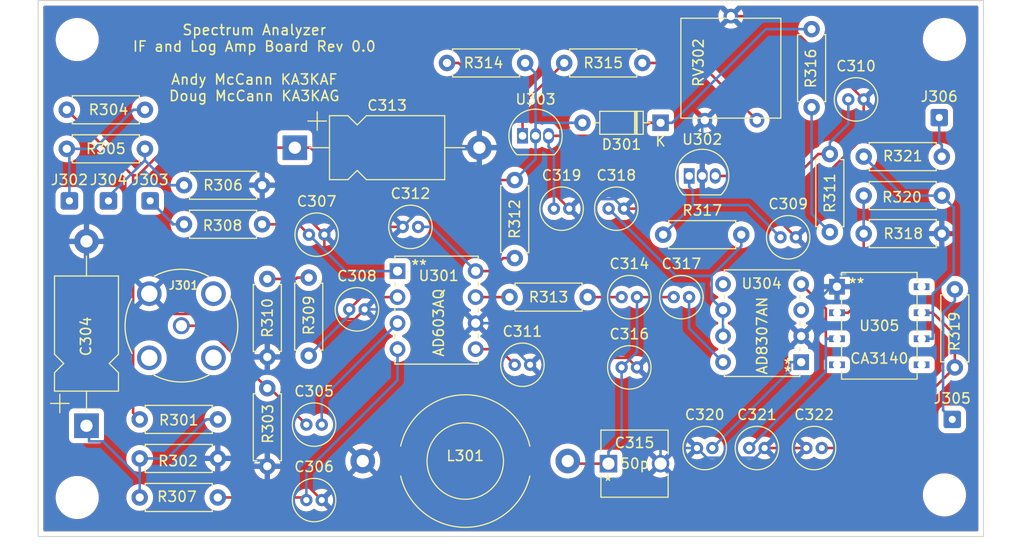
<source format=kicad_pcb>
(kicad_pcb (version 20211014) (generator pcbnew)
  (title_block (title "Spectrum Analyzer: IF and Log Amp") (date "2022-06-17") (rev "0.0") (company "Andy McCann KA3KAF and Doug McCann KA3KAG") (comment 2 "Wes Hayward W7ZOI") (comment 3 "Original Design By:"))
  (layers (0 "F.Cu" signal) (31 "B.Cu" signal) (34 "B.Paste" user) (35 "F.Paste" user) (36 "B.SilkS" user "B.Silkscreen") (37 "F.SilkS" user "F.Silkscreen") (38 "B.Mask" user) (39 "F.Mask" user) (44 "Edge.Cuts" user))
  (net 0 "")
  (net 1 "Net-(C304-Pad1)")
  (net 2 "GND")
  (net 3 "Net-(C305-Pad1)")
  (net 4 "Net-(C305-Pad2)")
  (net 5 "Net-(C306-Pad1)")
  (net 6 "Net-(C307-Pad1)")
  (net 7 "Net-(C308-Pad1)")
  (net 8 "+5")
  (net 9 "Net-(C310-Pad1)")
  (net 10 "Net-(C311-Pad1)")
  (net 11 "Net-(C312-Pad2)")
  (net 12 "+10")
  (net 13 "Net-(C314-Pad1)")
  (net 14 "Net-(C314-Pad2)")
  (net 15 "Net-(C317-Pad2)")
  (net 16 "Net-(C318-Pad1)")
  (net 17 "Net-(C319-Pad1)")
  (net 18 "Net-(C320-Pad2)")
  (net 19 "Net-(C321-Pad1)")
  (net 20 "Net-(C322-Pad2)")
  (net 21 "Net-(C301-Pad3)")
  (net 22 "Net-(C303-Pad3)")
  (net 23 "V+10")
  (net 24 "+15")
  (net 25 "Net-(R313-Pad1)")
  (net 26 "Net-(R314-Pad2)")
  (net 27 "Net-(R315-Pad2)")
  (net 28 "Net-(R318-Pad1)")
  (net 29 "Net-(C324-Pad1)")
  (net 30 "Net-(R320-Pad1)")
  (net 36 "Net-(C302-Pad3)")
  (net 37 "Net-(C323-Pad1)")
  (footprint "Resistor_THT:R_Axial_DIN0207_L6.3mm_D2.5mm_P7.62mm_Horizontal" (layer "F.Cu") (at 141.8336 96.6724 -90)
    (fp_text reference "R312" (at 3.81 0 90) (layer "F.SilkS"))
    (fp_text value "10")
    (pad "1" thru_hole circle (at 0 0 270) (size 1.6 1.6) (drill 0.8) (layers *.Cu *.Mask) (net 12 "+10"))
    (pad "2" thru_hole oval (at 7.62 0 270) (size 1.6 1.6) (drill 0.8) (layers *.Cu *.Mask) (net 11 "Net-(C312-Pad2)"))
  )
  (footprint "Resistor_THT:R_Axial_DIN0207_L6.3mm_D2.5mm_P7.62mm_Horizontal" (layer "F.Cu") (at 156.3116 102.0064)
    (fp_text reference "R317" (at 3.81 -2.37) (layer "F.SilkS"))
    (fp_text value "10")
    (pad "1" thru_hole circle (at 0 0) (size 1.6 1.6) (drill 0.8) (layers *.Cu *.Mask) (net 8 "+5"))
    (pad "2" thru_hole oval (at 7.62 0) (size 1.6 1.6) (drill 0.8) (layers *.Cu *.Mask) (net 16 "Net-(C318-Pad1)"))
  )
  (footprint "Inductor_THT:L_Toroid_Horizontal_D12.7mm_P20.00mm_Diameter14-5mm_Amidon-T50" (layer "F.Cu") (at 127.0076 124.1044)
    (fp_text reference "L301" (at 10 -0.508) (layer "F.SilkS"))
    (fp_text value "1.05u")
    (pad "1" thru_hole circle (at 0 0) (size 2.4 2.4) (drill 1.2) (layers *.Cu *.Mask) (net 2 "GND"))
    (pad "2" thru_hole circle (at 20 0) (size 2.4 2.4) (drill 1.2) (layers *.Cu *.Mask) (net 14 "Net-(C314-Pad2)"))
  )
  (footprint "Resistor_THT:R_Axial_DIN0207_L6.3mm_D2.5mm_P7.62mm_Horizontal" (layer "F.Cu") (at 172.5676 101.7524 90)
    (fp_text reference "R311" (at 3.81 0 90) (layer "F.SilkS"))
    (fp_text value "10")
    (pad "1" thru_hole circle (at 0 0 90) (size 1.6 1.6) (drill 0.8) (layers *.Cu *.Mask) (net 24 "+15"))
    (pad "2" thru_hole oval (at 7.62 0 90) (size 1.6 1.6) (drill 0.8) (layers *.Cu *.Mask) (net 9 "Net-(C310-Pad1)"))
  )
  (footprint "Capacitor_THT:C_Radial_D4.0mm_H5.0mm_P1.50mm" (layer "F.Cu") (at 121.5136 120.5484)
    (fp_text reference "C305" (at 0.75 -3.25) (layer "F.SilkS"))
    (fp_text value ".1u")
    (pad "1" thru_hole circle (at 0 0) (size 1.2 1.2) (drill 0.6) (layers *.Cu *.Mask) (net 3 "Net-(C305-Pad1)"))
    (pad "2" thru_hole circle (at 1.5 0) (size 1.2 1.2) (drill 0.6) (layers *.Cu *.Mask) (net 4 "Net-(C305-Pad2)"))
  )
  (footprint "if-log-amp:AD603AQ" (layer "F.Cu") (at 130.4036 105.5624)
    (fp_text reference "U301" (at 4.0132 0.4572) (layer "F.SilkS"))
    (fp_text value "AD603AQ" (at 4.0132 5.0292 90) (layer "F.SilkS"))
    (fp_text user "*" (at 2.4892 -0.5588) (layer "F.SilkS"))
    (fp_text user "*" (at 1.7272 -0.5588) (layer "F.SilkS"))
    (pad "1" thru_hole rect (at 0 0) (size 1.524 1.524) (drill 0.889) (layers *.Cu *.Mask) (net 6 "Net-(C307-Pad1)"))
    (pad "2" thru_hole circle (at 0 2.54) (size 1.524 1.524) (drill 0.889) (layers *.Cu *.Mask) (net 7 "Net-(C308-Pad1)"))
    (pad "3" thru_hole circle (at 0 5.08) (size 1.524 1.524) (drill 0.889) (layers *.Cu *.Mask) (net 4 "Net-(C305-Pad2)"))
    (pad "4" thru_hole circle (at 0 7.62) (size 1.524 1.524) (drill 0.889) (layers *.Cu *.Mask) (net 5 "Net-(C306-Pad1)"))
    (pad "5" thru_hole circle (at 7.62 7.62) (size 1.524 1.524) (drill 0.889) (layers *.Cu *.Mask) (net 10 "Net-(C311-Pad1)"))
    (pad "6" thru_hole circle (at 7.62 5.08) (size 1.524 1.524) (drill 0.889) (layers *.Cu *.Mask) (net 2 "GND"))
    (pad "7" thru_hole circle (at 7.62 2.54) (size 1.524 1.524) (drill 0.889) (layers *.Cu *.Mask) (net 25 "Net-(R313-Pad1)"))
    (pad "8" thru_hole circle (at 7.62 0) (size 1.524 1.524) (drill 0.889) (layers *.Cu *.Mask) (net 11 "Net-(C312-Pad2)"))
  )
  (footprint "Capacitor_THT:C_Radial_D4.0mm_H5.0mm_P1.50mm" (layer "F.Cu") (at 152.2596 108.1024)
    (fp_text reference "C314" (at 0.75 -3.25) (layer "F.SilkS"))
    (fp_text value "5.6p")
    (pad "1" thru_hole circle (at 0 0) (size 1.2 1.2) (drill 0.6) (layers *.Cu *.Mask) (net 13 "Net-(C314-Pad1)"))
    (pad "2" thru_hole circle (at 1.5 0) (size 1.2 1.2) (drill 0.6) (layers *.Cu *.Mask) (net 14 "Net-(C314-Pad2)"))
  )
  (footprint "if-log-amp:TE_5-1634503-1" (layer "F.Cu") (at 109.3216 110.8964)
    (fp_text reference "J301" (at 0.2166 -3.937) (layer "F.SilkS") (effects (font (size 0.800945 0.800945))))
    (fp_text value "Conn_Coaxial")
    (pad "1" thru_hole circle (at 0 0) (size 1.65 1.65) (drill 1.1) (layers *.Cu *.Mask) (net 3 "Net-(C305-Pad1)"))
    (pad "2" thru_hole circle (at -3.13 -3.13) (size 2.4 2.4) (drill 1.6) (layers *.Cu *.Mask) (net 2 "GND"))
    (pad "3" thru_hole circle (at 3.13 -3.13) (size 2.4 2.4) (drill 1.6) (layers *.Cu *.Mask))
    (pad "4" thru_hole circle (at 3.13 3.13) (size 2.4 2.4) (drill 1.6) (layers *.Cu *.Mask))
    (pad "5" thru_hole circle (at -3.13 3.13) (size 2.4 2.4) (drill 1.6) (layers *.Cu *.Mask))
  )
  (footprint "Resistor_THT:R_Axial_DIN0207_L6.3mm_D2.5mm_P7.62mm_Horizontal" (layer "F.Cu") (at 121.7422 113.8174 90)
    (fp_text reference "R309" (at 3.937 0.0134 90) (layer "F.SilkS"))
    (fp_text value "4.3k")
    (pad "1" thru_hole circle (at 0 0 90) (size 1.6 1.6) (drill 0.8) (layers *.Cu *.Mask) (net 7 "Net-(C308-Pad1)"))
    (pad "2" thru_hole oval (at 7.62 0 90) (size 1.6 1.6) (drill 0.8) (layers *.Cu *.Mask) (net 23 "V+10"))
  )
  (footprint "Resistor_THT:R_Axial_DIN0207_L6.3mm_D2.5mm_P7.62mm_Horizontal" (layer "F.Cu") (at 117.7036 116.9924 -90)
    (fp_text reference "R303" (at 3.4798 -0.0642 90) (layer "F.SilkS"))
    (fp_text value "100")
    (pad "1" thru_hole circle (at 0 0 270) (size 1.6 1.6) (drill 0.8) (layers *.Cu *.Mask) (net 3 "Net-(C305-Pad1)"))
    (pad "2" thru_hole oval (at 7.62 0 270) (size 1.6 1.6) (drill 0.8) (layers *.Cu *.Mask) (net 2 "GND"))
  )
  (footprint "Resistor_THT:R_Axial_DIN0207_L6.3mm_D2.5mm_P7.62mm_Horizontal" (layer "F.Cu") (at 117.1956 100.9904 180)
    (fp_text reference "R308" (at 3.8608 -0.127) (layer "F.SilkS"))
    (fp_text value "2.2k")
    (pad "1" thru_hole circle (at 0 0 180) (size 1.6 1.6) (drill 0.8) (layers *.Cu *.Mask) (net 6 "Net-(C307-Pad1)"))
    (pad "2" thru_hole oval (at 7.62 0 180) (size 1.6 1.6) (drill 0.8) (layers *.Cu *.Mask) (net 36 "Net-(C302-Pad3)"))
  )
  (footprint "MountingHole:MountingHole_3.2mm_M3" (layer "F.Cu") (at 99.1616 127.6604)
    (fp_text reference "H301" hide)
    (fp_text value "MountingHole")
    (pad "" np_thru_hole circle (at 0 0) (size 3.2 3.2) (drill 3.2) (layers *.Cu *.Mask))
  )
  (footprint "Capacitor_THT:C_Radial_D4.0mm_H5.0mm_P1.50mm" (layer "F.Cu") (at 121.7676 102.0064)
    (fp_text reference "C307" (at 0.75 -3.25) (layer "F.SilkS"))
    (fp_text value ".1u")
    (pad "1" thru_hole circle (at 0 0) (size 1.2 1.2) (drill 0.6) (layers *.Cu *.Mask) (net 6 "Net-(C307-Pad1)"))
    (pad "2" thru_hole circle (at 1.5 0) (size 1.2 1.2) (drill 0.6) (layers *.Cu *.Mask) (net 2 "GND"))
  )
  (footprint "Connector_Wire:SolderWire-0.15sqmm_1x01_D0.5mm_OD1.5mm" (layer "F.Cu") (at 183.2356 90.5764)
    (fp_text reference "J306" (at 0 -2.05) (layer "F.SilkS"))
    (fp_text value "Conn_01x01_Male")
    (pad "1" thru_hole roundrect (at 0 0) (size 1.7 1.7) (drill 0.7) (layers *.Cu *.Mask) (roundrect_rratio 0.147059) (net 37 "Net-(C323-Pad1)"))
  )
  (footprint "Capacitor_THT:C_Radial_D4.0mm_H5.0mm_P1.50mm" (layer "F.Cu") (at 170.2816 122.8344)
    (fp_text reference "C322" (at 0.75 -3.25) (layer "F.SilkS"))
    (fp_text value ".1u")
    (pad "1" thru_hole circle (at 0 0) (size 1.2 1.2) (drill 0.6) (layers *.Cu *.Mask) (net 2 "GND"))
    (pad "2" thru_hole circle (at 1.5 0) (size 1.2 1.2) (drill 0.6) (layers *.Cu *.Mask) (net 20 "Net-(C322-Pad2)"))
  )
  (footprint "Capacitor_THT:C_Radial_D4.0mm_H5.0mm_P1.50mm" (layer "F.Cu") (at 150.9896 99.4664)
    (fp_text reference "C318" (at 0.75 -3.25) (layer "F.SilkS"))
    (fp_text value ".1u")
    (pad "1" thru_hole circle (at 0 0) (size 1.2 1.2) (drill 0.6) (layers *.Cu *.Mask) (net 16 "Net-(C318-Pad1)"))
    (pad "2" thru_hole circle (at 1.5 0) (size 1.2 1.2) (drill 0.6) (layers *.Cu *.Mask) (net 2 "GND"))
  )
  (footprint "Resistor_THT:R_Axial_DIN0207_L6.3mm_D2.5mm_P7.62mm_Horizontal" (layer "F.Cu") (at 141.3256 108.1024)
    (fp_text reference "R313" (at 3.81 0) (layer "F.SilkS"))
    (fp_text value "1k")
    (pad "1" thru_hole circle (at 0 0) (size 1.6 1.6) (drill 0.8) (layers *.Cu *.Mask) (net 25 "Net-(R313-Pad1)"))
    (pad "2" thru_hole oval (at 7.62 0) (size 1.6 1.6) (drill 0.8) (layers *.Cu *.Mask) (net 13 "Net-(C314-Pad1)"))
  )
  (footprint "Diode_THT:D_DO-35_SOD27_P7.62mm_Horizontal" (layer "F.Cu") (at 156.0576 91.0844 180)
    (fp_text reference "D301" (at 3.81 -2.12) (layer "F.SilkS"))
    (fp_text value "1N4152")
    (fp_text user "K" (at 0 -1.8) (layer "F.SilkS"))
    (pad "1" thru_hole rect (at 0 0 180) (size 1.6 1.6) (drill 0.8) (layers *.Cu *.Mask) (net 17 "Net-(C319-Pad1)"))
    (pad "2" thru_hole oval (at 7.62 0 180) (size 1.6 1.6) (drill 0.8) (layers *.Cu *.Mask) (net 12 "+10"))
  )
  (footprint "if-log-amp:GKG60015" (layer "F.Cu") (at 150.9776 124.3584)
    (fp_text reference "C315" (at 2.54 -2.032) (layer "F.SilkS"))
    (fp_text value "50p" (at 2.54 0) (layer "F.SilkS"))
    (fp_text user "*" (at -0.0508 1.7272) (layer "F.SilkS"))
    (pad "1" thru_hole rect locked (at 0 0) (size 1.7018 1.7018) (drill 1.1938) (layers *.Cu *.Mask) (net 14 "Net-(C314-Pad2)"))
    (pad "2" thru_hole circle locked (at 5.08 0) (size 1.7018 1.7018) (drill 1.1938) (layers *.Cu *.Mask) (net 2 "GND"))
  )
  (footprint "Connector_Wire:SolderWire-0.15sqmm_1x01_D0.5mm_OD1.5mm" (layer "F.Cu") (at 106.2736 98.7044)
    (fp_text reference "J303" (at 0 -2.05) (layer "F.SilkS"))
    (fp_text value "Conn_01x01_Male")
    (pad "1" thru_hole roundrect (at 0 0) (size 1.7 1.7) (drill 0.7) (layers *.Cu *.Mask) (roundrect_rratio 0.147059) (net 36 "Net-(C302-Pad3)"))
  )
  (footprint "Connector_Wire:SolderWire-0.15sqmm_1x01_D0.5mm_OD1.5mm" (layer "F.Cu") (at 98.3996 98.7044)
    (fp_text reference "J302" (at 0 -2.05) (layer "F.SilkS"))
    (fp_text value "Conn_01x01_Male")
    (pad "1" thru_hole roundrect (at 0 0) (size 1.7 1.7) (drill 0.7) (layers *.Cu *.Mask) (roundrect_rratio 0.147059) (net 21 "Net-(C301-Pad3)"))
  )
  (footprint "Capacitor_THT:C_Radial_D4.0mm_H5.0mm_P1.50mm" (layer "F.Cu") (at 152.2596 114.9604)
    (fp_text reference "C316" (at 0.75 -3.25) (layer "F.SilkS"))
    (fp_text value "220p")
    (pad "1" thru_hole circle (at 0 0) (size 1.2 1.2) (drill 0.6) (layers *.Cu *.Mask) (net 14 "Net-(C314-Pad2)"))
    (pad "2" thru_hole circle (at 1.5 0) (size 1.2 1.2) (drill 0.6) (layers *.Cu *.Mask) (net 2 "GND"))
  )
  (footprint "Capacitor_THT:CP_Axial_L11.0mm_D6.0mm_P18.00mm_Horizontal" (layer "F.Cu") (at 100.0661 120.6584 90)
    (fp_text reference "C304" (at 8.7206 -0.0508 90) (layer "F.SilkS"))
    (fp_text value "100u")
    (pad "1" thru_hole rect (at 0 0 90) (size 2.4 2.4) (drill 1.2) (layers *.Cu *.Mask) (net 1 "Net-(C304-Pad1)"))
    (pad "2" thru_hole oval (at 18 0 90) (size 2.4 2.4) (drill 1.2) (layers *.Cu *.Mask) (net 2 "GND"))
  )
  (footprint "if-log-amp:CA3140EZ" (layer "F.Cu") (at 173.2661 107.0864)
    (fp_text reference "U305" (at 4.1275 3.81) (layer "F.SilkS"))
    (fp_text value "CA3140" (at 4.1275 7) (layer "F.SilkS"))
    (fp_text user "*" (at 2.2987 -0.3048) (layer "F.SilkS"))
    (fp_text user "*" (at 1.5367 -0.3048) (layer "F.SilkS"))
    (pad "1" thru_hole rect (at 0 0) (size 1.524 1.524) (drill 0.8128) (layers *.Cu *.Mask) (net 2 "GND"))
    (pad "2" thru_hole rect (at 0 2.54) (size 1.524 0.635) (drill 0.8128) (layers *.Cu *.Mask) (net 28 "Net-(R318-Pad1)"))
    (pad "3" thru_hole rect (at 0 5.08) (size 1.524 0.635) (drill 0.8128) (layers *.Cu *.Mask) (net 19 "Net-(C321-Pad1)"))
    (pad "4" thru_hole rect (at 0 7.62) (size 1.524 0.635) (drill 0.8128) (layers *.Cu *.Mask))
    (pad "5" thru_hole rect (at 8.255 7.62) (size 1.524 0.635) (drill 0.8128) (layers *.Cu *.Mask))
    (pad "6" thru_hole rect (at 8.255 5.08) (size 1.524 0.635) (drill 0.8128) (layers *.Cu *.Mask) (net 30 "Net-(R320-Pad1)"))
    (pad "7" thru_hole rect (at 8.255 2.54) (size 1.524 0.635) (drill 0.8128) (layers *.Cu *.Mask) (net 20 "Net-(C322-Pad2)"))
    (pad "8" thru_hole rect (at 8.255 0) (size 1.524 0.635) (drill 0.8128) (layers *.Cu *.Mask))
  )
  (footprint "MountingHole:MountingHole_3.2mm_M3" (layer "F.Cu") (at 99.1616 82.9564)
    (fp_text reference "H302" hide)
    (fp_text value "MountingHole")
    (pad "" np_thru_hole circle (at 0 0) (size 3.2 3.2) (drill 3.2) (layers *.Cu *.Mask))
  )
  (footprint "Resistor_THT:R_Axial_DIN0207_L6.3mm_D2.5mm_P7.62mm_Horizontal" (layer "F.Cu") (at 183.4896 98.1964 180)
    (fp_text reference "R320" (at 3.8862 -0.1524) (layer "F.SilkS"))
    (fp_text value "2.2k")
    (pad "1" thru_hole circle (at 0 0 180) (size 1.6 1.6) (drill 0.8) (layers *.Cu *.Mask) (net 30 "Net-(R320-Pad1)"))
    (pad "2" thru_hole oval (at 7.62 0 180) (size 1.6 1.6) (drill 0.8) (layers *.Cu *.Mask) (net 28 "Net-(R318-Pad1)"))
  )
  (footprint "Resistor_THT:R_Axial_DIN0207_L6.3mm_D2.5mm_P7.62mm_Horizontal" (layer "F.Cu") (at 105.2576 127.6604)
    (fp_text reference "R307" (at 3.6322 -0.0762) (layer "F.SilkS"))
    (fp_text value "51")
    (pad "1" thru_hole circle (at 0 0) (size 1.6 1.6) (drill 0.8) (layers *.Cu *.Mask) (net 1 "Net-(C304-Pad1)"))
    (pad "2" thru_hole oval (at 7.62 0) (size 1.6 1.6) (drill 0.8) (layers *.Cu *.Mask) (net 5 "Net-(C306-Pad1)"))
  )
  (footprint "if-log-amp:AD8307AN" (layer "F.Cu") (at 169.7736 114.4524 180)
    (fp_text reference "U304" (at 3.8608 7.6708) (layer "F.SilkS"))
    (fp_text value "AD8307AN" (at 3.81 2.5908 90) (layer "F.SilkS"))
    (fp_text user "*" (at 1.3208 -0.9652) (layer "F.SilkS"))
    (fp_text user "*" (at 1.3208 -0.2032) (layer "F.SilkS"))
    (pad "1" thru_hole rect (at 0 0 180) (size 1.524 1.524) (drill 0.8128) (layers *.Cu *.Mask) (net 18 "Net-(C320-Pad2)"))
    (pad "2" thru_hole circle (at 0 2.54 180) (size 1.524 1.524) (drill 0.8128) (layers *.Cu *.Mask) (net 2 "GND"))
    (pad "3" thru_hole circle (at 0 5.08 180) (size 1.524 1.524) (drill 0.8128) (layers *.Cu *.Mask))
    (pad "4" thru_hole circle (at 0 7.62 180) (size 1.524 1.524) (drill 0.8128) (layers *.Cu *.Mask) (net 19 "Net-(C321-Pad1)"))
    (pad "5" thru_hole circle (at 7.62 7.62 180) (size 1.524 1.524) (drill 0.8128) (layers *.Cu *.Mask))
    (pad "6" thru_hole circle (at 7.62 5.08 180) (size 1.524 1.524) (drill 0.8128) (layers *.Cu *.Mask) (net 16 "Net-(C318-Pad1)"))
    (pad "7" thru_hole circle (at 7.62 2.54 180) (size 1.524 1.524) (drill 0.8128) (layers *.Cu *.Mask) (net 16 "Net-(C318-Pad1)"))
    (pad "8" thru_hole circle (at 7.62 0 180) (size 1.524 1.524) (drill 0.8128) (layers *.Cu *.Mask) (net 15 "Net-(C317-Pad2)"))
  )
  (footprint "Capacitor_THT:C_Radial_D4.0mm_H5.0mm_P1.50mm" (layer "F.Cu") (at 164.7056 122.8344)
    (fp_text reference "C321" (at 0.75 -3.25) (layer "F.SilkS"))
    (fp_text value ".001u")
    (pad "1" thru_hole circle (at 0 0) (size 1.2 1.2) (drill 0.6) (layers *.Cu *.Mask) (net 19 "Net-(C321-Pad1)"))
    (pad "2" thru_hole circle (at 1.5 0) (size 1.2 1.2) (drill 0.6) (layers *.Cu *.Mask) (net 2 "GND"))
  )
  (footprint "Resistor_THT:R_Axial_DIN0207_L6.3mm_D2.5mm_P7.62mm_Horizontal" (layer "F.Cu") (at 98.1456 93.6244)
    (fp_text reference "R305" (at 3.81 0) (layer "F.SilkS"))
    (fp_text value "510")
    (pad "1" thru_hole circle (at 0 0) (size 1.6 1.6) (drill 0.8) (layers *.Cu *.Mask) (net 21 "Net-(C301-Pad3)"))
    (pad "2" thru_hole oval (at 7.62 0) (size 1.6 1.6) (drill 0.8) (layers *.Cu *.Mask) (net 22 "Net-(C303-Pad3)"))
  )
  (footprint "Capacitor_THT:C_Radial_D4.0mm_H5.0mm_P1.50mm" (layer "F.Cu") (at 167.7536 102.2604)
    (fp_text reference "C309" (at 0.75 -3.25) (layer "F.SilkS"))
    (fp_text value ".1u")
    (pad "1" thru_hole circle (at 0 0) (size 1.2 1.2) (drill 0.6) (layers *.Cu *.Mask) (net 8 "+5"))
    (pad "2" thru_hole circle (at 1.5 0) (size 1.2 1.2) (drill 0.6) (layers *.Cu *.Mask) (net 2 "GND"))
  )
  (footprint "Connector_Wire:SolderWire-0.15sqmm_1x01_D0.5mm_OD1.5mm" (layer "F.Cu") (at 184.5056 120.0404)
    (fp_text reference "J305" (at 0 -2.05) (layer "F.SilkS"))
    (fp_text value "Conn_01x01_Male")
    (pad "1" thru_hole roundrect (at 0 0) (size 1.7 1.7) (drill 0.7) (layers *.Cu *.Mask) (roundrect_rratio 0.147059) (net 29 "Net-(C324-Pad1)"))
  )
  (footprint "if-log-amp:Potentiometer_Bourns_3386G_Vertical" (layer "F.Cu") (at 165.4556 90.5154 90)
    (fp_text reference "RV302" (at 5.31 -5.7 90 unlocked) (layer "F.SilkS"))
    (fp_text value "100")
    (pad "1" thru_hole circle (at -0.315 0 90) (size 1.44 1.44) (drill 0.8) (layers *.Cu *.Mask) (net 27 "Net-(R315-Pad2)"))
    (pad "2" thru_hole circle (at 9.845 -2.54 90) (size 1.44 1.44) (drill 0.8) (layers *.Cu *.Mask) (net 2 "GND"))
    (pad "3" thru_hole circle (at -0.315 -5.08 90) (size 1.44 1.44) (drill 0.8) (layers *.Cu *.Mask) (net 2 "GND"))
  )
  (footprint "Capacitor_THT:C_Radial_D4.0mm_H5.0mm_P1.50mm" (layer "F.Cu") (at 159.6136 122.8344)
    (fp_text reference "C320" (at 0.75 -3.25) (layer "F.SilkS"))
    (fp_text value ".1u")
    (pad "1" thru_hole circle (at 0 0) (size 1.2 1.2) (drill 0.6) (layers *.Cu *.Mask) (net 2 "GND"))
    (pad "2" thru_hole circle (at 1.5 0) (size 1.2 1.2) (drill 0.6) (layers *.Cu *.Mask) (net 18 "Net-(C320-Pad2)"))
  )
  (footprint "Resistor_THT:R_Axial_DIN0207_L6.3mm_D2.5mm_P7.62mm_Horizontal" (layer "F.Cu") (at 175.8696 94.3864)
    (fp_text reference "R321" (at 3.81 -0.0508) (layer "F.SilkS"))
    (fp_text value "1k")
    (pad "1" thru_hole circle (at 0 0) (size 1.6 1.6) (drill 0.8) (layers *.Cu *.Mask) (net 30 "Net-(R320-Pad1)"))
    (pad "2" thru_hole oval (at 7.62 0) (size 1.6 1.6) (drill 0.8) (layers *.Cu *.Mask) (net 37 "Net-(C323-Pad1)"))
  )
  (footprint "Resistor_THT:R_Axial_DIN0207_L6.3mm_D2.5mm_P7.62mm_Horizontal" (layer "F.Cu") (at 146.6596 85.2424)
    (fp_text reference "R315" (at 3.81 0) (layer "F.SilkS"))
    (fp_text value "1.5k")
    (pad "1" thru_hole circle (at 0 0) (size 1.6 1.6) (drill 0.8) (layers *.Cu *.Mask) (net 26 "Net-(R314-Pad2)"))
    (pad "2" thru_hole oval (at 7.62 0) (size 1.6 1.6) (drill 0.8) (layers *.Cu *.Mask) (net 27 "Net-(R315-Pad2)"))
  )
  (footprint "Capacitor_THT:C_Radial_D4.0mm_H5.0mm_P1.50mm" (layer "F.Cu") (at 141.8336 114.7064)
    (fp_text reference "C311" (at 0.75 -3.25) (layer "F.SilkS"))
    (fp_text value "18u")
    (pad "1" thru_hole circle (at 0 0) (size 1.2 1.2) (drill 0.6) (layers *.Cu *.Mask) (net 10 "Net-(C311-Pad1)"))
    (pad "2" thru_hole circle (at 1.5 0) (size 1.2 1.2) (drill 0.6) (layers *.Cu *.Mask) (net 2 "GND"))
  )
  (footprint "Resistor_THT:R_Axial_DIN0207_L6.3mm_D2.5mm_P7.62mm_Horizontal" (layer "F.Cu") (at 105.2576 123.8504)
    (fp_text reference "R302" (at 3.7338 0.254) (layer "F.SilkS"))
    (fp_text value "2.2k")
    (pad "1" thru_hole circle (at 0 0) (size 1.6 1.6) (drill 0.8) (layers *.Cu *.Mask) (net 1 "Net-(C304-Pad1)"))
    (pad "2" thru_hole oval (at 7.62 0) (size 1.6 1.6) (drill 0.8) (layers *.Cu *.Mask) (net 2 "GND"))
  )
  (footprint "Capacitor_THT:CP_Axial_L11.0mm_D6.0mm_P18.00mm_Horizontal" (layer "F.Cu") (at 120.3876 93.5129)
    (fp_text reference "C313" (at 9 -4.12) (layer "F.SilkS"))
    (fp_text value "22u")
    (pad "1" thru_hole rect (at 0 0) (size 2.4 2.4) (drill 1.2) (layers *.Cu *.Mask) (net 12 "+10"))
    (pad "2" thru_hole oval (at 18 0) (size 2.4 2.4) (drill 1.2) (layers *.Cu *.Mask) (net 2 "GND"))
  )
  (footprint "Capacitor_THT:C_Radial_D4.0mm_H5.0mm_P1.50mm" (layer "F.Cu") (at 125.6912 109.2962)
    (fp_text reference "C308" (at 0.75 -3.25) (layer "F.SilkS"))
    (fp_text value ".1u")
    (pad "1" thru_hole circle (at 0 0) (size 1.2 1.2) (drill 0.6) (layers *.Cu *.Mask) (net 7 "Net-(C308-Pad1)"))
    (pad "2" thru_hole circle (at 1.5 0) (size 1.2 1.2) (drill 0.6) (layers *.Cu *.Mask) (net 2 "GND"))
  )
  (footprint "Capacitor_THT:C_Radial_D4.0mm_H5.0mm_P1.50mm" (layer "F.Cu") (at 174.3696 88.7984)
    (fp_text reference "C310" (at 0.75 -3.25) (layer "F.SilkS"))
    (fp_text value ".22u")
    (pad "1" thru_hole circle (at 0 0) (size 1.2 1.2) (drill 0.6) (layers *.Cu *.Mask) (net 9 "Net-(C310-Pad1)"))
    (pad "2" thru_hole circle (at 1.5 0) (size 1.2 1.2) (drill 0.6) (layers *.Cu *.Mask) (net 2 "GND"))
  )
  (footprint "Resistor_THT:R_Axial_DIN0207_L6.3mm_D2.5mm_P7.62mm_Horizontal" (layer "F.Cu") (at 184.7596 114.9604 90)
    (fp_text reference "R319" (at 3.5052 -0.0508 90) (layer "F.SilkS"))
    (fp_text value "51")
    (pad "1" thru_hole circle (at 0 0 90) (size 1.6 1.6) (drill 0.8) (layers *.Cu *.Mask) (net 20 "Net-(C322-Pad2)"))
    (pad "2" thru_hole oval (at 7.62 0 90) (size 1.6 1.6) (drill 0.8) (layers *.Cu *.Mask) (net 29 "Net-(C324-Pad1)"))
  )
  (footprint "Resistor_THT:R_Axial_DIN0207_L6.3mm_D2.5mm_P7.62mm_Horizontal" (layer "F.Cu") (at 105.2576 120.0404)
    (fp_text reference "R301" (at 3.81 0.0762) (layer "F.SilkS"))
    (fp_text value "2.2k")
    (pad "1" thru_hole circle (at 0 0) (size 1.6 1.6) (drill 0.8) (layers *.Cu *.Mask) (net 12 "+10"))
    (pad "2" thru_hole oval (at 7.62 0) (size 1.6 1.6) (drill 0.8) (layers *.Cu *.Mask) (net 1 "Net-(C304-Pad1)"))
  )
  (footprint "MountingHole:MountingHole_3.2mm_M3" (layer "F.Cu") (at 183.7436 127.4064)
    (fp_text reference "H304" hide)
    (fp_text value "MountingHole")
    (pad "" np_thru_hole circle (at 0 0) (size 3.2 3.2) (drill 3.2) (layers *.Cu *.Mask))
  )
  (footprint "Capacitor_THT:C_Radial_D4.0mm_H5.0mm_P1.50mm" (layer "F.Cu") (at 130.9116 101.2444)
    (fp_text reference "C312" (at 0.75 -3.25) (layer "F.SilkS"))
    (fp_text value ".1u")
    (pad "1" thru_hole circle (at 0 0) (size 1.2 1.2) (drill 0.6) (layers *.Cu *.Mask) (net 2 "GND"))
    (pad "2" thru_hole circle (at 1.5 0) (size 1.2 1.2) (drill 0.6) (layers *.Cu *.Mask) (net 11 "Net-(C312-Pad2)"))
  )
  (footprint "Package_TO_SOT_THT:TO-92_Inline" (layer "F.Cu") (at 158.8516 96.2704)
    (fp_text reference "U302" (at 1.27 -3.56) (layer "F.SilkS"))
    (fp_text value "L78L05_TO92")
    (pad "1" thru_hole rect (at 0 0) (size 1.05 1.5) (drill 0.75) (layers *.Cu *.Mask) (net 8 "+5"))
    (pad "2" thru_hole oval (at 1.27 0) (size 1.05 1.5) (drill 0.75) (layers *.Cu *.Mask) (net 2 "GND"))
    (pad "3" thru_hole oval (at 2.54 0) (size 1.05 1.5) (drill 0.75) (layers *.Cu *.Mask) (net 9 "Net-(C310-Pad1)"))
  )
  (footprint "Resistor_THT:R_Axial_DIN0207_L6.3mm_D2.5mm_P7.62mm_Horizontal" (layer "F.Cu") (at 117.7036 106.3244 -90)
    (fp_text reference "R310" (at 3.81 -0.0134 90) (layer "F.SilkS"))
    (fp_text value "5.6k")
    (pad "1" thru_hole circle (at 0 0 270) (size 1.6 1.6) (drill 0.8) (layers *.Cu *.Mask) (net 23 "V+10"))
    (pad "2" thru_hole oval (at 7.62 0 270) (size 1.6 1.6) (drill 0.8) (layers *.Cu *.Mask) (net 2 "GND"))
  )
  (footprint "Capacitor_THT:C_Radial_D4.0mm_H5.0mm_P1.50mm" (layer "F.Cu") (at 121.5136 127.9144)
    (fp_text reference "C306" (at 0.75 -3.25) (layer "F.SilkS"))
    (fp_text value ".1u")
    (pad "1" thru_hole circle (at 0 0) (size 1.2 1.2) (drill 0.6) (layers *.Cu *.Mask) (net 5 "Net-(C306-Pad1)"))
    (pad "2" thru_hole circle (at 1.5 0) (size 1.2 1.2) (drill 0.6) (layers *.Cu *.Mask) (net 2 "GND"))
  )
  (footprint "Resistor_THT:R_Axial_DIN0207_L6.3mm_D2.5mm_P7.62mm_Horizontal" (layer "F.Cu") (at 170.7896 89.5604 90)
    (fp_text reference "R316" (at 3.7846 -0.0762 90) (layer "F.SilkS"))
    (fp_text value "10")
    (pad "1" thru_hole circle (at 0 0 90) (size 1.6 1.6) (drill 0.8) (layers *.Cu *.Mask) (net 24 "+15"))
    (pad "2" thru_hole oval (at 7.62 0 90) (size 1.6 1.6) (drill 0.8) (layers *.Cu *.Mask) (net 17 "Net-(C319-Pad1)"))
  )
  (footprint "Resistor_THT:R_Axial_DIN0207_L6.3mm_D2.5mm_P7.62mm_Horizontal" (layer "F.Cu") (at 98.1456 89.8144)
    (fp_text reference "R304" (at 4.064 0) (layer "F.SilkS"))
    (fp_text value "680")
    (pad "1" thru_hole circle (at 0 0) (size 1.6 1.6) (drill 0.8) (layers *.Cu *.Mask) (net 12 "+10"))
    (pad "2" thru_hole oval (at 7.62 0) (size 1.6 1.6) (drill 0.8) (layers *.Cu *.Mask) (net 21 "Net-(C301-Pad3)"))
  )
  (footprint "MountingHole:MountingHole_3.2mm_M3" (layer "F.Cu") (at 183.7436 82.9564)
    (fp_text reference "H303" hide)
    (fp_text value "MountingHole")
    (pad "" np_thru_hole circle (at 0 0) (size 3.2 3.2) (drill 3.2) (layers *.Cu *.Mask))
  )
  (footprint "Capacitor_THT:C_Radial_D4.0mm_H5.0mm_P1.50mm" (layer "F.Cu") (at 145.6556 99.4664)
    (fp_text reference "C319" (at 0.75 -3.25) (layer "F.SilkS"))
    (fp_text value ".1u")
    (pad "1" thru_hole circle (at 0 0) (size 1.2 1.2) (drill 0.6) (layers *.Cu *.Mask) (net 17 "Net-(C319-Pad1)"))
    (pad "2" thru_hole circle (at 1.5 0) (size 1.2 1.2) (drill 0.6) (layers *.Cu *.Mask) (net 2 "GND"))
  )
  (footprint "Connector_Wire:SolderWire-0.15sqmm_1x01_D0.5mm_OD1.5mm" (layer "F.Cu") (at 102.2096 98.7044)
    (fp_text reference "J304" (at 0 -2.05) (layer "F.SilkS"))
    (fp_text value "Conn_01x01_Male")
    (pad "1" thru_hole roundrect (at 0 0) (size 1.7 1.7) (drill 0.7) (layers *.Cu *.Mask) (roundrect_rratio 0.147059) (net 22 "Net-(C303-Pad3)"))
  )
  (footprint "Package_TO_SOT_THT:TO-92_Inline" (layer "F.Cu") (at 142.5956 92.3544)
    (fp_text reference "U303" (at 1.27 -3.56) (layer "F.SilkS"))
    (fp_text value "LM317L_TO92")
    (pad "1" thru_hole rect (at 0 0) (size 1.05 1.5) (drill 0.75) (layers *.Cu *.Mask) (net 26 "Net-(R314-Pad2)"))
    (pad "2" thru_hole oval (at 1.27 0) (size 1.05 1.5) (drill 0.75) (layers *.Cu *.Mask) (net 12 "+10"))
    (pad "3" thru_hole oval (at 2.54 0) (size 1.05 1.5) (drill 0.75) (layers *.Cu *.Mask) (net 17 "Net-(C319-Pad1)"))
  )
  (footprint "Capacitor_THT:C_Radial_D4.0mm_H5.0mm_P1.50mm" (layer "F.Cu") (at 157.3396 108.1024)
    (fp_text reference "C317" (at 0.75 -3.25) (layer "F.SilkS"))
    (fp_text value "5.6p")
    (pad "1" thru_hole circle (at 0 0) (size 1.2 1.2) (drill 0.6) (layers *.Cu *.Mask) (net 14 "Net-(C314-Pad2)"))
    (pad "2" thru_hole circle (at 1.5 0) (size 1.2 1.2) (drill 0.6) (layers *.Cu *.Mask) (net 15 "Net-(C317-Pad2)"))
  )
  (footprint "Resistor_THT:R_Axial_DIN0207_L6.3mm_D2.5mm_P7.62mm_Horizontal" (layer "F.Cu") (at 142.8496 85.2424 180)
    (fp_text reference "R314" (at 4.064 0) (layer "F.SilkS"))
    (fp_text value "220")
    (pad "1" thru_hole circle (at 0 0 180) (size 1.6 1.6) (drill 0.8) (layers *.Cu *.Mask) (net 12 "+10"))
    (pad "2" thru_hole oval (at 7.62 0 180) (size 1.6 1.6) (drill 0.8) (layers *.Cu *.Mask) (net 26 "Net-(R314-Pad2)"))
  )
  (footprint "Resistor_THT:R_Axial_DIN0207_L6.3mm_D2.5mm_P7.62mm_Horizontal" (layer "F.Cu") (at 109.5756 97.1804)
    (fp_text reference "R306" (at 3.81 0) (layer "F.SilkS"))
    (fp_text value "1k")
    (pad "1" thru_hole circle (at 0 0) (size 1.6 1.6) (drill 0.8) (layers *.Cu *.Mask) (net 22 "Net-(C303-Pad3)"))
    (pad "2" thru_hole oval (at 7.62 0) (size 1.6 1.6) (drill 0.8) (layers *.Cu *.Mask) (net 2 "GND"))
  )
  (footprint "Resistor_THT:R_Axial_DIN0207_L6.3mm_D2.5mm_P7.62mm_Horizontal" (layer "F.Cu") (at 175.8696 101.9048)
    (fp_text reference "R318" (at 3.8608 0) (layer "F.SilkS"))
    (fp_text value "680")
    (pad "1" thru_hole circle (at 0 0) (size 1.6 1.6) (drill 0.8) (layers *.Cu *.Mask) (net 28 "Net-(R318-Pad1)"))
    (pad "2" thru_hole oval (at 7.62 0) (size 1.6 1.6) (drill 0.8) (layers *.Cu *.Mask) (net 2 "GND"))
  )
  (gr_rect (start 187.5536 79.1464) (end 95.3516 131.4704) (layer "Edge.Cuts") (width 0.1) (fill none))
  (gr_text "Spectrum Analyzer\nIF and Log Amp Board Rev 0.0\n\nAndy McCann KA3KAF\nDoug McCann KA3KAG" (at 116.4336 85.2424) (layer "F.SilkS") (effects (font (size 1 1))))
  (segment (start 100.3201 120.6584) (end 100.3201 122.1837) (width 0.25) (layer "B.Cu") (net 1))
  (segment (start 112.8776 120.0404) (end 111.7523 120.0404) (width 0.25) (layer "B.Cu") (net 1))
  (segment (start 105.2576 125.7554) (end 101.6859 122.1837) (width 0.25) (layer "B.Cu") (net 1))
  (segment (start 101.6859 122.1837) (end 100.3201 122.1837) (width 0.25) (layer "B.Cu") (net 1))
  (segment (start 105.2576 123.8504) (end 105.2576 125.7554) (width 0.25) (layer "B.Cu") (net 1))
  (segment (start 107.9423 123.8504) (end 105.2576 123.8504) (width 0.25) (layer "B.Cu") (net 1))
  (segment (start 111.7523 120.0404) (end 107.9423 123.8504) (width 0.25) (layer "B.Cu") (net 1))
  (segment (start 105.2576 125.7554) (end 105.2576 127.6604) (width 0.25) (layer "B.Cu") (net 1))
  (segment (start 158.0009 99.4664) (end 160.1216 97.3457) (width 0.25) (layer "F.Cu") (net 2))
  (segment (start 160.1216 96.2704) (end 160.1216 97.3457) (width 0.25) (layer "F.Cu") (net 2))
  (segment (start 167.8742 100.4612) (end 163.2371 100.4612) (width 0.25) (layer "F.Cu") (net 2))
  (segment (start 117.7036 113.9444) (end 116.5783 113.9444) (width 0.25) (layer "F.Cu") (net 2))
  (segment (start 127.1912 109.2962) (end 126.2427 110.2447) (width 0.25) (layer "F.Cu") (net 2))
  (segment (start 118.8289 113.9444) (end 122.5286 110.2447) (width 0.25) (layer "F.Cu") (net 2))
  (segment (start 175.8696 88.7984) (end 167.7416 80.6704) (width 0.25) (layer "F.Cu") (net 2))
  (segment (start 152.8309 114.0317) (end 153.7596 114.9604) (width 0.25) (layer "F.Cu") (net 2))
  (segment (start 116.5783 113.9444) (end 112.3799 109.746) (width 0.25) (layer "F.Cu") (net 2))
  (segment (start 144.0083 114.0317) (end 152.8309 114.0317) (width 0.25) (layer "F.Cu") (net 2))
  (segment (start 126.2427 110.2447) (end 123.2676 110.2447) (width 0.25) (layer "F.Cu") (net 2))
  (segment (start 117.7036 113.9444) (end 118.8289 113.9444) (width 0.25) (layer "F.Cu") (net 2))
  (segment (start 108.1712 109.746) (end 106.1916 107.7664) (width 0.25) (layer "F.Cu") (net 2))
  (segment (start 143.3336 114.7064) (end 144.0083 114.0317) (width 0.25) (layer "F.Cu") (net 2))
  (segment (start 123.2676 102.0064) (end 118.4416 97.1804) (width 0.25) (layer "F.Cu") (net 2))
  (segment (start 167.7416 80.6704) (end 162.9156 80.6704) (width 0.25) (layer "F.Cu") (net 2))
  (segment (start 167.8742 100.4612) (end 175.8696 92.4658) (width 0.25) (layer "F.Cu") (net 2))
  (segment (start 167.8742 100.881) (end 167.8742 100.4612) (width 0.25) (layer "F.Cu") (net 2))
  (segment (start 124.0296 101.2444) (end 123.2676 102.0064) (width 0.25) (layer "F.Cu") (net 2))
  (segment (start 119.7116 124.6124) (end 123.0136 127.9144) (width 0.25) (layer "F.Cu") (net 2))
  (segment (start 141.2021 93.5129) (end 138.3876 93.5129) (width 0.25) (layer "F.Cu") (net 2))
  (segment (start 169.2536 102.2604) (end 167.8742 100.881) (width 0.25) (layer "F.Cu") (net 2))
  (segment (start 163.2371 100.4612) (end 160.1216 97.3457) (width 0.25) (layer "F.Cu") (net 2))
  (segment (start 175.8696 92.4658) (end 175.8696 88.7984) (width 0.25) (layer "F.Cu") (net 2))
  (segment (start 118.4416 97.1804) (end 117.1956 97.1804) (width 0.25) (layer "F.Cu") (net 2))
  (segment (start 166.2056 122.8344) (end 170.2816 122.8344) (width 0.25) (layer "F.Cu") (net 2))
  (segment (start 117.7036 124.6124) (end 119.7116 124.6124) (width 0.25) (layer "F.Cu") (net 2))
  (segment (start 147.1556 99.4664) (end 141.2021 93.5129) (width 0.25) (layer "F.Cu") (net 2))
  (segment (start 130.9116 101.2444) (end 124.0296 101.2444) (width 0.25) (layer "F.Cu") (net 2))
  (segment (start 152.4896 99.4664) (end 158.0009 99.4664) (width 0.25) (layer "F.Cu") (net 2))
  (segment (start 122.5286 110.2447) (end 123.2676 110.2447) (width 0.25) (layer "F.Cu") (net 2))
  (segment (start 123.2676 110.2447) (end 123.2676 102.0064) (width 0.25) (layer "F.Cu") (net 2))
  (segment (start 112.3799 109.746) (end 108.1712 109.746) (width 0.25) (layer "F.Cu") (net 2))
  (segment (start 171.2262 110.4598) (end 169.7736 111.9124) (width 0.25) (layer "B.Cu") (net 2))
  (segment (start 173.2661 106.5427) (end 173.2661 105.9991) (width 0.25) (layer "B.Cu") (net 2))
  (segment (start 169.2536 102.2604) (end 172.9923 105.9991) (width 0.25) (layer "B.Cu") (net 2))
  (segment (start 123.1976 127.9144) (end 127.0076 124.1044) (width 0.25) (layer "B.Cu") (net 2))
  (segment (start 138.3876 93.5129) (end 138.3876 95.0382) (width 0.25) (layer "B.Cu") (net 2))
  (segment (start 112.8776 123.8504) (end 114.0029 123.8504) (width 0.25) (layer "B.Cu") (net 2))
  (segment (start 117.7036 113.9444) (end 117.7036 115.0697) (width 0.25) (layer "B.Cu") (net 2))
  (segment (start 116.5911 124.0497) (end 117.7036 124.0497) (width 0.25) (layer "B.Cu") (net 2))
  (segment (start 160.5571 123.7779) (end 165.2621 123.7779) (width 0.25) (layer "B.Cu") (net 2))
  (segment (start 178.27 105.9991) (end 173.2661 105.9991) (width 0.25) (layer "B.Cu") (net 2))
  (segment (start 130.9116 101.2444) (end 137.1178 95.0382) (width 0.25) (layer "B.Cu") (net 2))
  (segment (start 151.556 98.5328) (end 148.0892 98.5328) (width 0.25) (layer "B.Cu") (net 2))
  (segment (start 183.4896 101.9048) (end 182.3643 101.9048) (width 0.25) (layer "B.Cu") (net 2))
  (segment (start 123.0136 127.9144) (end 123.1976 127.9144) (width 0.25) (layer "B.Cu") (net 2))
  (segment (start 139.2696 110.6424) (end 138.0236 110.6424) (width 0.25) (layer "B.Cu") (net 2))
  (segment (start 160.1216 91.0844) (end 160.3756 90.8304) (width 0.25) (layer "B.Cu") (net 2))
  (segment (start 171.2262 108.5826) (end 171.2262 110.4598) (width 0.25) (layer "B.Cu") (net 2))
  (segment (start 159.6136 122.8344) (end 160.5571 123.7779) (width 0.25) (layer "B.Cu") (net 2))
  (segment (start 152.4896 99.4664) (end 151.556 98.5328) (width 0.25) (layer "B.Cu") (net 2))
  (segment (start 156.0576 122.8344) (end 156.0576 117.2584) (width 0.25) (layer "B.Cu") (net 2))
  (segment (start 117.7036 115.0697) (end 116.3918 116.3815) (width 0.25) (layer "B.Cu") (net 2))
  (segment (start 172.9923 105.9991) (end 173.2661 105.9991) (width 0.25) (layer "B.Cu") (net 2))
  (segment (start 173.2661 106.5427) (end 171.2262 108.5826) (width 0.25) (layer "B.Cu") (net 2))
  (segment (start 143.3336 114.7064) (end 139.2696 110.6424) (width 0.25) (layer "B.Cu") (net 2))
  (segment (start 156.0576 124.3584) (end 156.0576 122.8344) (width 0.25) (layer "B.Cu") (net 2))
  (segment (start 182.3643 101.9048) (end 178.27 105.9991) (width 0.25) (layer "B.Cu") (net 2))
  (segment (start 156.0576 122.8344) (end 159.6136 122.8344) (width 0.25) (layer "B.Cu") (net 2))
  (segment (start 136.6774 109.2962) (end 127.1912 109.2962) (width 0.25) (layer "B.Cu") (net 2))
  (segment (start 156.0576 117.2584) (end 153.7596 114.9604) (width 0.25) (layer "B.Cu") (net 2))
  (segment (start 116.3918 116.3815) (end 116.3918 123.8504) (width 0.25) (layer "B.Cu") (net 2))
  (segment (start 116.3918 123.8504) (end 114.0029 123.8504) (width 0.25) (layer "B.Cu") (net 2))
  (segment (start 100.3201 102.6584) (end 101.8454 102.6584) (width 0.25) (layer "B.Cu") (net 2))
  (segment (start 117.7036 124.6124) (end 117.7036 124.0497) (width 0.25) (layer "B.Cu") (net 2))
  (segment (start 165.2621 123.7779) (end 166.2056 122.8344) (width 0.25) (layer "B.Cu") (net 2))
  (segment (start 138.0236 110.6424) (end 136.6774 109.2962) (width 0.25) (layer "B.Cu") (net 2))
  (segment (start 101.8454 103.4202) (end 101.8454 102.6584) (width 0.25) (layer "B.Cu") (net 2))
  (segment (start 160.1216 96.2704) (end 160.1216 91.0844) (width 0.25) (layer "B.Cu") (net 2))
  (segment (start 173.2661 107.0864) (end 173.2661 106.5427) (width 0.25) (layer "B.Cu") (net 2))
  (segment (start 148.0892 98.5328) (end 147.1556 99.4664) (width 0.25) (layer "B.Cu") (net 2))
  (segment (start 106.1916 107.7664) (end 101.8454 103.4202) (width 0.25) (layer "B.Cu") (net 2))
  (segment (start 116.3918 123.8504) (end 116.5911 124.0497) (width 0.25) (layer "B.Cu") (net 2))
  (segment (start 137.1178 95.0382) (end 138.3876 95.0382) (width 0.25) (layer "B.Cu") (net 2))
  (segment (start 111.6076 110.8964) (end 109.3216 110.8964) (width 0.25) (layer "F.Cu") (net 3))
  (segment (start 121.5136 120.5484) (end 117.9576 116.9924) (width 0.25) (layer "F.Cu") (net 3))
  (segment (start 117.7036 116.9924) (end 111.6076 110.8964) (width 0.25) (layer "F.Cu") (net 3))
  (segment (start 117.9576 116.9924) (end 117.7036 116.9924) (width 0.25) (layer "F.Cu") (net 3))
  (segment (start 123.0136 118.0324) (end 123.0136 120.5484) (width 0.25) (layer "B.Cu") (net 4))
  (segment (start 130.4036 110.6424) (end 123.0136 118.0324) (width 0.25) (layer "B.Cu") (net 4))
  (segment (start 112.8776 127.6604) (end 121.2596 127.6604) (width 0.25) (layer "F.Cu") (net 5))
  (segment (start 121.2596 127.6604) (end 121.5136 127.9144) (width 0.25) (layer "F.Cu") (net 5))
  (segment (start 121.5136 127.9144) (end 121.5136 125.1091) (width 0.25) (layer "B.Cu") (net 5))
  (segment (start 130.4036 116.2191) (end 130.4036 113.1824) (width 0.25) (layer "B.Cu") (net 5))
  (segment (start 121.5136 125.1091) (end 130.4036 116.2191) (width 0.25) (layer "B.Cu") (net 5))
  (segment (start 120.7516 100.9904) (end 121.7676 102.0064) (width 0.25) (layer "F.Cu") (net 6))
  (segment (start 117.1956 100.9904) (end 120.7516 100.9904) (width 0.25) (layer "F.Cu") (net 6))
  (segment (start 130.4036 105.5624) (end 125.3236 105.5624) (width 0.25) (layer "B.Cu") (net 6))
  (segment (start 125.3236 105.5624) (end 121.7676 102.0064) (width 0.25) (layer "B.Cu") (net 6))
  (segment (start 130.4036 108.1024) (end 126.885 108.1024) (width 0.25) (layer "F.Cu") (net 7))
  (segment (start 126.885 108.1024) (end 125.6912 109.2962) (width 0.25) (layer "F.Cu") (net 7))
  (segment (start 125.6912 109.8684) (end 125.6912 109.2962) (width 0.25) (layer "B.Cu") (net 7))
  (segment (start 121.7422 113.8174) (end 125.6912 109.8684) (width 0.25) (layer "B.Cu") (net 7))
  (segment (start 159.2021 97.6962) (end 159.2021 99.1159) (width 0.25) (layer "B.Cu") (net 8))
  (segment (start 158.8516 97.3457) (end 159.2021 97.6962) (width 0.25) (layer "B.Cu") (net 8))
  (segment (start 158.8516 96.2704) (end 158.8516 97.3457) (width 0.25) (layer "B.Cu") (net 8))
  (segment (start 167.7536 102.2604) (end 164.6091 99.1159) (width 0.25) (layer "B.Cu") (net 8))
  (segment (start 159.2021 99.1159) (end 156.3116 102.0064) (width 0.25) (layer "B.Cu") (net 8))
  (segment (start 164.6091 99.1159) (end 159.2021 99.1159) (width 0.25) (layer "B.Cu") (net 8))
  (segment (start 172.5676 94.1324) (end 171.4423 94.1324) (width 0.25) (layer "F.Cu") (net 9))
  (segment (start 169.3043 96.2704) (end 171.4423 94.1324) (width 0.25) (layer "F.Cu") (net 9))
  (segment (start 161.3916 96.2704) (end 169.3043 96.2704) (width 0.25) (layer "F.Cu") (net 9))
  (segment (start 172.5676 93.0071) (end 174.3696 91.2051) (width 0.25) (layer "B.Cu") (net 9))
  (segment (start 174.3696 91.2051) (end 174.3696 88.7984) (width 0.25) (layer "B.Cu") (net 9))
  (segment (start 172.5676 94.1324) (end 172.5676 93.0071) (width 0.25) (layer "B.Cu") (net 9))
  (segment (start 138.0236 113.1824) (end 140.3096 113.1824) (width 0.25) (layer "F.Cu") (net 10))
  (segment (start 140.3096 113.1824) (end 141.8336 114.7064) (width 0.25) (layer "F.Cu") (net 10))
  (segment (start 138.0236 105.5624) (end 139.4383 105.5624) (width 0.25) (layer "F.Cu") (net 11))
  (segment (start 141.8336 104.2924) (end 140.7083 104.2924) (width 0.25) (layer "F.Cu") (net 11))
  (segment (start 139.4383 105.5624) (end 140.7083 104.2924) (width 0.25) (layer "F.Cu") (net 11))
  (segment (start 132.4116 101.2444) (end 133.7056 101.2444) (width 0.25) (layer "B.Cu") (net 11))
  (segment (start 133.7056 101.2444) (end 138.0236 105.5624) (width 0.25) (layer "B.Cu") (net 11))
  (segment (start 125.0724 96.6724) (end 121.9129 93.5129) (width 0.25) (layer "F.Cu") (net 12))
  (segment (start 120.3876 93.5129) (end 107.791 93.5129) (width 0.25) (layer "F.Cu") (net 12))
  (segment (start 104.6154 96.2067) (end 104.6154 119.3982) (width 0.25) (layer "F.Cu") (net 12))
  (segment (start 141.8336 96.6724) (end 125.0724 96.6724) (width 0.25) (layer "F.Cu") (net 12))
  (segment (start 120.3876 93.5129) (end 121.9129 93.5129) (width 0.25) (layer "F.Cu") (net 12))
  (segment (start 98.1456 89.8144) (end 104.5379 96.2067) (width 0.25) (layer "F.Cu") (net 12))
  (segment (start 104.5379 96.2067) (end 104.6154 96.2067) (width 0.25) (layer "F.Cu") (net 12))
  (segment (start 107.791 93.5129) (end 105.0972 96.2067) (width 0.25) (layer "F.Cu") (net 12))
  (segment (start 105.0972 96.2067) (end 104.6154 96.2067) (width 0.25) (layer "F.Cu") (net 12))
  (segment (start 104.6154 119.3982) (end 105.2576 120.0404) (width 0.25) (layer "F.Cu") (net 12))
  (segment (start 143.8656 92.3544) (end 143.8656 94.6404) (width 0.25) (layer "B.Cu") (net 12))
  (segment (start 143.8656 94.6404) (end 141.8336 96.6724) (width 0.25) (layer "B.Cu") (net 12))
  (segment (start 147.3123 91.0844) (end 143.8656 91.0844) (width 0.25) (layer "B.Cu") (net 12))
  (segment (start 143.8656 91.0844) (end 143.8656 92.3544) (width 0.25) (layer "B.Cu") (net 12))
  (segment (start 148.4376 91.0844) (end 147.3123 91.0844) (width 0.25) (layer "B.Cu") (net 12))
  (segment (start 142.8496 85.2424) (end 143.8656 86.2584) (width 0.25) (layer "B.Cu") (net 12))
  (segment (start 143.8656 86.2584) (end 143.8656 91.0844) (width 0.25) (layer "B.Cu") (net 12))
  (segment (start 148.9456 108.1024) (end 152.2596 108.1024) (width 0.25) (layer "F.Cu") (net 13))
  (segment (start 150.9776 124.3584) (end 147.2616 124.3584) (width 0.25) (layer "F.Cu") (net 14))
  (segment (start 147.2616 124.3584) (end 147.0076 124.1044) (width 0.25) (layer "F.Cu") (net 14))
  (segment (start 157.3396 108.1024) (end 153.7596 108.1024) (width 0.25) (layer "F.Cu") (net 14))
  (segment (start 152.2596 121.9002) (end 150.9776 123.1822) (width 0.25) (layer "B.Cu") (net 14))
  (segment (start 150.9776 124.3584) (end 150.9776 123.1822) (width 0.25) (layer "B.Cu") (net 14))
  (segment (start 153.7596 108.1024) (end 153.7596 113.4604) (width 0.25) (layer "B.Cu") (net 14))
  (segment (start 153.7596 113.4604) (end 152.2596 114.9604) (width 0.25) (layer "B.Cu") (net 14))
  (segment (start 152.2596 114.9604) (end 152.2596 121.9002) (width 0.25) (layer "B.Cu") (net 14))
  (segment (start 158.8396 111.1384) (end 158.8396 108.1024) (width 0.25) (layer "B.Cu") (net 15))
  (segment (start 162.1536 114.4524) (end 158.8396 111.1384) (width 0.25) (layer "B.Cu") (net 15))
  (segment (start 162.1536 111.9124) (end 162.1536 109.3724) (width 0.25) (layer "B.Cu") (net 16))
  (segment (start 162.1536 109.3724) (end 161.0359 108.2547) (width 0.25) (layer "B.Cu") (net 16))
  (segment (start 161.0359 106.0274) (end 163.9316 103.1317) (width 0.25) (layer "B.Cu") (net 16))
  (segment (start 163.9316 102.0064) (end 163.9316 103.1317) (width 0.25) (layer "B.Cu") (net 16))
  (segment (start 157.5506 106.0274) (end 150.9896 99.4664) (width 0.25) (layer "B.Cu") (net 16))
  (segment (start 161.0359 108.2547) (end 161.0359 106.0274) (width 0.25) (layer "B.Cu") (net 16))
  (segment (start 161.0359 106.0274) (end 157.5506 106.0274) (width 0.25) (layer "B.Cu") (net 16))
  (segment (start 154.9323 91.0844) (end 153.6623 92.3544) (width 0.25) (layer "F.Cu") (net 17))
  (segment (start 156.0576 91.0844) (end 154.9323 91.0844) (width 0.25) (layer "F.Cu") (net 17))
  (segment (start 153.6623 92.3544) (end 145.1356 92.3544) (width 0.25) (layer "F.Cu") (net 17))
  (segment (start 166.3269 81.9404) (end 157.1829 91.0844) (width 0.25) (layer "B.Cu") (net 17))
  (segment (start 156.0576 91.0844) (end 157.1829 91.0844) (width 0.25) (layer "B.Cu") (net 17))
  (segment (start 170.7896 81.9404) (end 166.3269 81.9404) (width 0.25) (layer "B.Cu") (net 17))
  (segment (start 145.1356 92.3544) (end 145.1356 93.4297) (width 0.25) (layer "B.Cu") (net 17))
  (segment (start 145.1356 93.4297) (end 145.6556 93.9497) (width 0.25) (layer "B.Cu") (net 17))
  (segment (start 145.6556 93.9497) (end 145.6556 99.4664) (width 0.25) (layer "B.Cu") (net 17))
  (segment (start 168.6863 115.2617) (end 161.1136 122.8344) (width 0.25) (layer "B.Cu") (net 18))
  (segment (start 168.6863 114.4524) (end 168.6863 115.2617) (width 0.25) (layer "B.Cu") (net 18))
  (segment (start 169.7736 114.4524) (end 168.6863 114.4524) (width 0.25) (layer "B.Cu") (net 18))
  (segment (start 173.2661 112.1664) (end 172.1788 112.1664) (width 0.25) (layer "F.Cu") (net 19))
  (segment (start 172.1788 109.2376) (end 172.1788 112.1664) (width 0.25) (layer "F.Cu") (net 19))
  (segment (start 169.7736 106.8324) (end 172.1788 109.2376) (width 0.25) (layer "F.Cu") (net 19))
  (segment (start 173.2661 112.1664) (end 172.1788 112.1664) (width 0.25) (layer "B.Cu") (net 19))
  (segment (start 172.1788 112.1664) (end 172.1788 115.3612) (width 0.25) (layer "B.Cu") (net 19))
  (segment (start 172.1788 115.3612) (end 164.7056 122.8344) (width 0.25) (layer "B.Cu") (net 19))
  (segment (start 184.7596 111.7776) (end 182.6084 109.6264) (width 0.25) (layer "F.Cu") (net 20))
  (segment (start 184.7596 114.9604) (end 184.7596 111.7776) (width 0.25) (layer "F.Cu") (net 20))
  (segment (start 176.8856 122.8344) (end 171.7816 122.8344) (width 0.25) (layer "F.Cu") (net 20))
  (segment (start 181.5211 109.6264) (end 182.6084 109.6264) (width 0.25) (layer "F.Cu") (net 20))
  (segment (start 184.7596 114.9604) (end 176.8856 122.8344) (width 0.25) (layer "F.Cu") (net 20))
  (segment (start 98.3996 93.6244) (end 98.3996 98.7044) (width 0.25) (layer "B.Cu") (net 21))
  (segment (start 104.6403 89.8144) (end 100.8303 93.6244) (width 0.25) (layer "B.Cu") (net 21))
  (segment (start 105.7656 89.8144) (end 104.6403 89.8144) (width 0.25) (layer "B.Cu") (net 21))
  (segment (start 98.3996 93.6244) (end 98.1456 93.6244) (width 0.25) (layer "B.Cu") (net 21))
  (segment (start 100.8303 93.6244) (end 98.3996 93.6244) (width 0.25) (layer "B.Cu") (net 21))
  (segment (start 102.2096 98.3057) (end 105.7656 94.7497) (width 0.25) (layer "B.Cu") (net 22))
  (segment (start 109.5756 97.1804) (end 108.1963 97.1804) (width 0.25) (layer "B.Cu") (net 22))
  (segment (start 105.7656 93.6244) (end 105.7656 94.7497) (width 0.25) (layer "B.Cu") (net 22))
  (segment (start 108.1963 97.1804) (end 105.7656 94.7497) (width 0.25) (layer "B.Cu") (net 22))
  (segment (start 102.2096 98.7044) (end 102.2096 98.3057) (width 0.25) (layer "B.Cu") (net 22))
  (segment (start 117.7036 106.3244) (end 120.4899 106.3244) (width 0.25) (layer "F.Cu") (net 23))
  (segment (start 121.7422 106.1974) (end 120.6169 106.1974) (width 0.25) (layer "F.Cu") (net 23))
  (segment (start 120.4899 106.3244) (end 120.6169 106.1974) (width 0.25) (layer "F.Cu") (net 23))
  (segment (start 170.7896 99.9744) (end 172.5676 101.7524) (width 0.25) (layer "B.Cu") (net 24))
  (segment (start 170.7896 89.5604) (end 170.7896 99.9744) (width 0.25) (layer "B.Cu") (net 24))
  (segment (start 141.3256 108.1024) (end 138.0236 108.1024) (width 0.25) (layer "F.Cu") (net 25))
  (segment (start 142.5956 92.3544) (end 142.5956 89.3064) (width 0.25) (layer "F.Cu") (net 26))
  (segment (start 136.3549 85.2424) (end 140.4189 89.3064) (width 0.25) (layer "F.Cu") (net 26))
  (segment (start 140.4189 89.3064) (end 142.5956 89.3064) (width 0.25) (layer "F.Cu") (net 26))
  (segment (start 135.2296 85.2424) (end 136.3549 85.2424) (width 0.25) (layer "F.Cu") (net 26))
  (segment (start 142.5956 89.3064) (end 146.6596 85.2424) (width 0.25) (layer "F.Cu") (net 26))
  (segment (start 159.8676 85.2424) (end 165.4556 90.8304) (width 0.25) (layer "F.Cu") (net 27))
  (segment (start 154.2796 85.2424) (end 159.8676 85.2424) (width 0.25) (layer "F.Cu") (net 27))
  (segment (start 175.8696 101.9048) (end 175.8696 108.1102) (width 0.25) (layer "F.Cu") (net 28))
  (segment (start 173.2661 109.6264) (end 174.3534 109.6264) (width 0.25) (layer "F.Cu") (net 28))
  (segment (start 175.8696 108.1102) (end 174.3534 109.6264) (width 0.25) (layer "F.Cu") (net 28))
  (segment (start 175.8696 101.9048) (end 175.8696 98.1964) (width 0.25) (layer "B.Cu") (net 28))
  (segment (start 183.6135 109.6118) (end 183.6135 119.1483) (width 0.25) (layer "B.Cu") (net 29))
  (segment (start 184.7596 108.4657) (end 183.6135 109.6118) (width 0.25) (layer "B.Cu") (net 29))
  (segment (start 184.7596 107.3404) (end 184.7596 108.4657) (width 0.25) (layer "B.Cu") (net 29))
  (segment (start 183.6135 119.1483) (end 184.5056 120.0404) (width 0.25) (layer "B.Cu") (net 29))
  (segment (start 182.6084 107.7603) (end 182.6084 112.1664) (width 0.25) (layer "B.Cu") (net 30))
  (segment (start 183.4896 98.1964) (end 184.6442 99.351) (width 0.25) (layer "B.Cu") (net 30))
  (segment (start 179.6796 98.1964) (end 183.4896 98.1964) (width 0.25) (layer "B.Cu") (net 30))
  (segment (start 184.6442 105.7245) (end 182.6084 107.7603) (width 0.25) (layer "B.Cu") (net 30))
  (segment (start 175.8696 94.3864) (end 179.6796 98.1964) (width 0.25) (layer "B.Cu") (net 30))
  (segment (start 181.5211 112.1664) (end 182.6084 112.1664) (width 0.25) (layer "B.Cu") (net 30))
  (segment (start 184.6442 99.351) (end 184.6442 105.7245) (width 0.25) (layer "B.Cu") (net 30))
  (segment (start 106.2736 98.7044) (end 108.4503 100.8811) (width 0.25) (layer "B.Cu") (net 36))
  (segment (start 108.4503 100.8811) (end 108.4503 100.9904) (width 0.25) (layer "B.Cu") (net 36))
  (segment (start 109.5756 100.9904) (end 108.4503 100.9904) (width 0.25) (layer "B.Cu") (net 36))
  (segment (start 183.2356 93.0071) (end 183.2356 90.5764) (width 0.25) (layer "B.Cu") (net 37))
  (segment (start 183.4896 94.3864) (end 183.4896 93.2611) (width 0.25) (layer "B.Cu") (net 37))
  (segment (start 183.4896 93.2611) (end 183.2356 93.0071) (width 0.25) (layer "B.Cu") (net 37))
  (zone (net 2) (net_name "GND") (layer "F.Cu") (connect_pads (clearance 0.508)) (min_thickness 0.254) (fill yes (thermal_gap 0.508) (thermal_bridge_width 0.508))
    (polygon (pts (xy 187.5536 131.4704) (xy 95.3516 131.4704) (xy 95.3516 79.1464) (xy 187.5536 79.1464)))
  )
  (zone (net 2) (net_name "GND") (layer "B.Cu") (connect_pads (clearance 0.508)) (min_thickness 0.254) (fill yes (thermal_gap 0.508) (thermal_bridge_width 0.508))
    (polygon (pts (xy 187.5536 131.4704) (xy 95.3516 131.4704) (xy 95.3516 79.1464) (xy 187.5536 79.1464)))
  )
)
</source>
